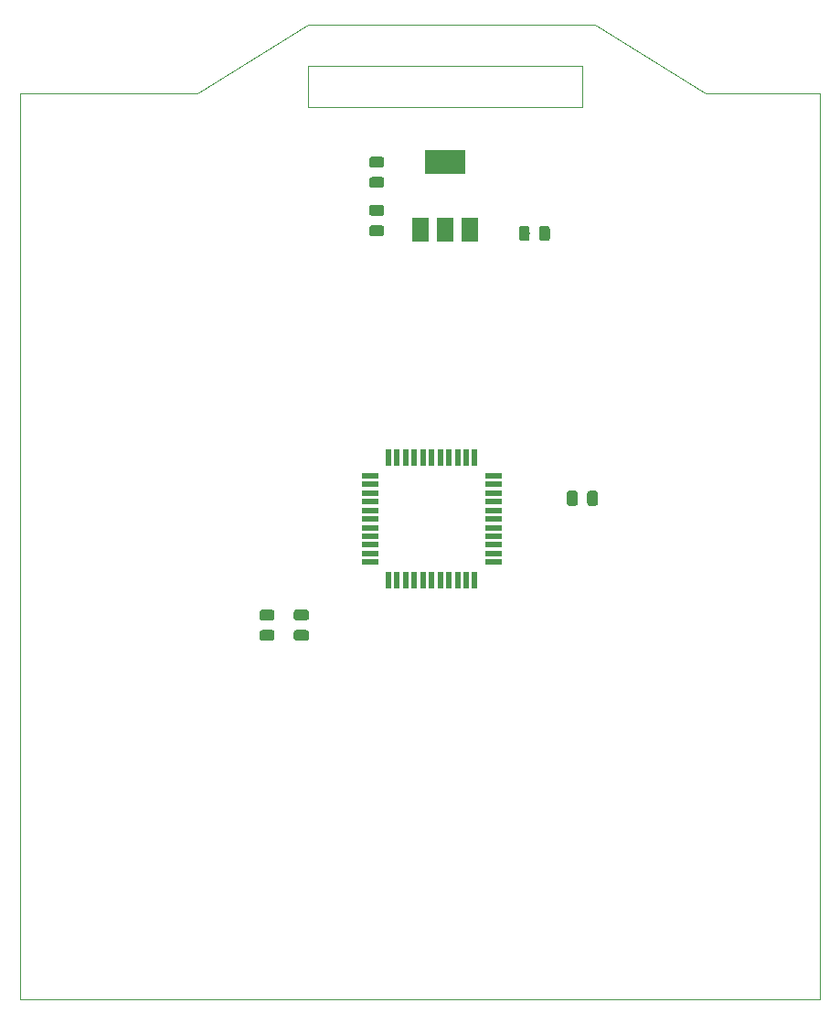
<source format=gbr>
G04 #@! TF.GenerationSoftware,KiCad,Pcbnew,(5.1.2)-2*
G04 #@! TF.CreationDate,2020-01-11T10:49:24+03:00*
G04 #@! TF.ProjectId,DINODE,44494e4f-4445-42e6-9b69-6361645f7063,rev?*
G04 #@! TF.SameCoordinates,Original*
G04 #@! TF.FileFunction,Paste,Top*
G04 #@! TF.FilePolarity,Positive*
%FSLAX46Y46*%
G04 Gerber Fmt 4.6, Leading zero omitted, Abs format (unit mm)*
G04 Created by KiCad (PCBNEW (5.1.2)-2) date 2020-01-11 10:49:24*
%MOMM*%
%LPD*%
G04 APERTURE LIST*
%ADD10C,0.050000*%
%ADD11C,0.100000*%
%ADD12C,0.975000*%
%ADD13R,1.500000X0.550000*%
%ADD14R,0.550000X1.500000*%
%ADD15R,1.500000X2.200000*%
%ADD16R,3.800000X2.200000*%
G04 APERTURE END LIST*
D10*
X159131000Y-129540000D02*
X130810000Y-129540000D01*
X159131000Y-60198000D02*
X159131000Y-129540000D01*
X159131000Y-45720000D02*
X148590000Y-45720000D01*
X159131000Y-60198000D02*
X159131000Y-45720000D01*
X137160000Y-43180000D02*
X111760000Y-43180000D01*
X137160000Y-46990000D02*
X137160000Y-43180000D01*
X111760000Y-46990000D02*
X137160000Y-46990000D01*
X111760000Y-43180000D02*
X111760000Y-46990000D01*
X138303000Y-39370000D02*
X148590000Y-45720000D01*
X136017000Y-39370000D02*
X138303000Y-39370000D01*
X111760000Y-39370000D02*
X136017000Y-39370000D01*
X101473000Y-45720000D02*
X111760000Y-39370000D01*
X86995000Y-45720000D02*
X101473000Y-45720000D01*
X85090000Y-45720000D02*
X86995000Y-45720000D01*
X85090000Y-129540000D02*
X90170000Y-129540000D01*
X85090000Y-45720000D02*
X85090000Y-129540000D01*
X90170000Y-129540000D02*
X130810000Y-129540000D01*
D11*
G04 #@! TO.C,C1*
G36*
X111605142Y-95368674D02*
G01*
X111628803Y-95372184D01*
X111652007Y-95377996D01*
X111674529Y-95386054D01*
X111696153Y-95396282D01*
X111716670Y-95408579D01*
X111735883Y-95422829D01*
X111753607Y-95438893D01*
X111769671Y-95456617D01*
X111783921Y-95475830D01*
X111796218Y-95496347D01*
X111806446Y-95517971D01*
X111814504Y-95540493D01*
X111820316Y-95563697D01*
X111823826Y-95587358D01*
X111825000Y-95611250D01*
X111825000Y-96098750D01*
X111823826Y-96122642D01*
X111820316Y-96146303D01*
X111814504Y-96169507D01*
X111806446Y-96192029D01*
X111796218Y-96213653D01*
X111783921Y-96234170D01*
X111769671Y-96253383D01*
X111753607Y-96271107D01*
X111735883Y-96287171D01*
X111716670Y-96301421D01*
X111696153Y-96313718D01*
X111674529Y-96323946D01*
X111652007Y-96332004D01*
X111628803Y-96337816D01*
X111605142Y-96341326D01*
X111581250Y-96342500D01*
X110668750Y-96342500D01*
X110644858Y-96341326D01*
X110621197Y-96337816D01*
X110597993Y-96332004D01*
X110575471Y-96323946D01*
X110553847Y-96313718D01*
X110533330Y-96301421D01*
X110514117Y-96287171D01*
X110496393Y-96271107D01*
X110480329Y-96253383D01*
X110466079Y-96234170D01*
X110453782Y-96213653D01*
X110443554Y-96192029D01*
X110435496Y-96169507D01*
X110429684Y-96146303D01*
X110426174Y-96122642D01*
X110425000Y-96098750D01*
X110425000Y-95611250D01*
X110426174Y-95587358D01*
X110429684Y-95563697D01*
X110435496Y-95540493D01*
X110443554Y-95517971D01*
X110453782Y-95496347D01*
X110466079Y-95475830D01*
X110480329Y-95456617D01*
X110496393Y-95438893D01*
X110514117Y-95422829D01*
X110533330Y-95408579D01*
X110553847Y-95396282D01*
X110575471Y-95386054D01*
X110597993Y-95377996D01*
X110621197Y-95372184D01*
X110644858Y-95368674D01*
X110668750Y-95367500D01*
X111581250Y-95367500D01*
X111605142Y-95368674D01*
X111605142Y-95368674D01*
G37*
D12*
X111125000Y-95855000D03*
D11*
G36*
X111605142Y-93493674D02*
G01*
X111628803Y-93497184D01*
X111652007Y-93502996D01*
X111674529Y-93511054D01*
X111696153Y-93521282D01*
X111716670Y-93533579D01*
X111735883Y-93547829D01*
X111753607Y-93563893D01*
X111769671Y-93581617D01*
X111783921Y-93600830D01*
X111796218Y-93621347D01*
X111806446Y-93642971D01*
X111814504Y-93665493D01*
X111820316Y-93688697D01*
X111823826Y-93712358D01*
X111825000Y-93736250D01*
X111825000Y-94223750D01*
X111823826Y-94247642D01*
X111820316Y-94271303D01*
X111814504Y-94294507D01*
X111806446Y-94317029D01*
X111796218Y-94338653D01*
X111783921Y-94359170D01*
X111769671Y-94378383D01*
X111753607Y-94396107D01*
X111735883Y-94412171D01*
X111716670Y-94426421D01*
X111696153Y-94438718D01*
X111674529Y-94448946D01*
X111652007Y-94457004D01*
X111628803Y-94462816D01*
X111605142Y-94466326D01*
X111581250Y-94467500D01*
X110668750Y-94467500D01*
X110644858Y-94466326D01*
X110621197Y-94462816D01*
X110597993Y-94457004D01*
X110575471Y-94448946D01*
X110553847Y-94438718D01*
X110533330Y-94426421D01*
X110514117Y-94412171D01*
X110496393Y-94396107D01*
X110480329Y-94378383D01*
X110466079Y-94359170D01*
X110453782Y-94338653D01*
X110443554Y-94317029D01*
X110435496Y-94294507D01*
X110429684Y-94271303D01*
X110426174Y-94247642D01*
X110425000Y-94223750D01*
X110425000Y-93736250D01*
X110426174Y-93712358D01*
X110429684Y-93688697D01*
X110435496Y-93665493D01*
X110443554Y-93642971D01*
X110453782Y-93621347D01*
X110466079Y-93600830D01*
X110480329Y-93581617D01*
X110496393Y-93563893D01*
X110514117Y-93547829D01*
X110533330Y-93533579D01*
X110553847Y-93521282D01*
X110575471Y-93511054D01*
X110597993Y-93502996D01*
X110621197Y-93497184D01*
X110644858Y-93493674D01*
X110668750Y-93492500D01*
X111581250Y-93492500D01*
X111605142Y-93493674D01*
X111605142Y-93493674D01*
G37*
D12*
X111125000Y-93980000D03*
G04 #@! TD*
D11*
G04 #@! TO.C,C2*
G36*
X108430142Y-93493674D02*
G01*
X108453803Y-93497184D01*
X108477007Y-93502996D01*
X108499529Y-93511054D01*
X108521153Y-93521282D01*
X108541670Y-93533579D01*
X108560883Y-93547829D01*
X108578607Y-93563893D01*
X108594671Y-93581617D01*
X108608921Y-93600830D01*
X108621218Y-93621347D01*
X108631446Y-93642971D01*
X108639504Y-93665493D01*
X108645316Y-93688697D01*
X108648826Y-93712358D01*
X108650000Y-93736250D01*
X108650000Y-94223750D01*
X108648826Y-94247642D01*
X108645316Y-94271303D01*
X108639504Y-94294507D01*
X108631446Y-94317029D01*
X108621218Y-94338653D01*
X108608921Y-94359170D01*
X108594671Y-94378383D01*
X108578607Y-94396107D01*
X108560883Y-94412171D01*
X108541670Y-94426421D01*
X108521153Y-94438718D01*
X108499529Y-94448946D01*
X108477007Y-94457004D01*
X108453803Y-94462816D01*
X108430142Y-94466326D01*
X108406250Y-94467500D01*
X107493750Y-94467500D01*
X107469858Y-94466326D01*
X107446197Y-94462816D01*
X107422993Y-94457004D01*
X107400471Y-94448946D01*
X107378847Y-94438718D01*
X107358330Y-94426421D01*
X107339117Y-94412171D01*
X107321393Y-94396107D01*
X107305329Y-94378383D01*
X107291079Y-94359170D01*
X107278782Y-94338653D01*
X107268554Y-94317029D01*
X107260496Y-94294507D01*
X107254684Y-94271303D01*
X107251174Y-94247642D01*
X107250000Y-94223750D01*
X107250000Y-93736250D01*
X107251174Y-93712358D01*
X107254684Y-93688697D01*
X107260496Y-93665493D01*
X107268554Y-93642971D01*
X107278782Y-93621347D01*
X107291079Y-93600830D01*
X107305329Y-93581617D01*
X107321393Y-93563893D01*
X107339117Y-93547829D01*
X107358330Y-93533579D01*
X107378847Y-93521282D01*
X107400471Y-93511054D01*
X107422993Y-93502996D01*
X107446197Y-93497184D01*
X107469858Y-93493674D01*
X107493750Y-93492500D01*
X108406250Y-93492500D01*
X108430142Y-93493674D01*
X108430142Y-93493674D01*
G37*
D12*
X107950000Y-93980000D03*
D11*
G36*
X108430142Y-95368674D02*
G01*
X108453803Y-95372184D01*
X108477007Y-95377996D01*
X108499529Y-95386054D01*
X108521153Y-95396282D01*
X108541670Y-95408579D01*
X108560883Y-95422829D01*
X108578607Y-95438893D01*
X108594671Y-95456617D01*
X108608921Y-95475830D01*
X108621218Y-95496347D01*
X108631446Y-95517971D01*
X108639504Y-95540493D01*
X108645316Y-95563697D01*
X108648826Y-95587358D01*
X108650000Y-95611250D01*
X108650000Y-96098750D01*
X108648826Y-96122642D01*
X108645316Y-96146303D01*
X108639504Y-96169507D01*
X108631446Y-96192029D01*
X108621218Y-96213653D01*
X108608921Y-96234170D01*
X108594671Y-96253383D01*
X108578607Y-96271107D01*
X108560883Y-96287171D01*
X108541670Y-96301421D01*
X108521153Y-96313718D01*
X108499529Y-96323946D01*
X108477007Y-96332004D01*
X108453803Y-96337816D01*
X108430142Y-96341326D01*
X108406250Y-96342500D01*
X107493750Y-96342500D01*
X107469858Y-96341326D01*
X107446197Y-96337816D01*
X107422993Y-96332004D01*
X107400471Y-96323946D01*
X107378847Y-96313718D01*
X107358330Y-96301421D01*
X107339117Y-96287171D01*
X107321393Y-96271107D01*
X107305329Y-96253383D01*
X107291079Y-96234170D01*
X107278782Y-96213653D01*
X107268554Y-96192029D01*
X107260496Y-96169507D01*
X107254684Y-96146303D01*
X107251174Y-96122642D01*
X107250000Y-96098750D01*
X107250000Y-95611250D01*
X107251174Y-95587358D01*
X107254684Y-95563697D01*
X107260496Y-95540493D01*
X107268554Y-95517971D01*
X107278782Y-95496347D01*
X107291079Y-95475830D01*
X107305329Y-95456617D01*
X107321393Y-95438893D01*
X107339117Y-95422829D01*
X107358330Y-95408579D01*
X107378847Y-95396282D01*
X107400471Y-95386054D01*
X107422993Y-95377996D01*
X107446197Y-95372184D01*
X107469858Y-95368674D01*
X107493750Y-95367500D01*
X108406250Y-95367500D01*
X108430142Y-95368674D01*
X108430142Y-95368674D01*
G37*
D12*
X107950000Y-95855000D03*
G04 #@! TD*
D11*
G04 #@! TO.C,C5*
G36*
X118590142Y-57933674D02*
G01*
X118613803Y-57937184D01*
X118637007Y-57942996D01*
X118659529Y-57951054D01*
X118681153Y-57961282D01*
X118701670Y-57973579D01*
X118720883Y-57987829D01*
X118738607Y-58003893D01*
X118754671Y-58021617D01*
X118768921Y-58040830D01*
X118781218Y-58061347D01*
X118791446Y-58082971D01*
X118799504Y-58105493D01*
X118805316Y-58128697D01*
X118808826Y-58152358D01*
X118810000Y-58176250D01*
X118810000Y-58663750D01*
X118808826Y-58687642D01*
X118805316Y-58711303D01*
X118799504Y-58734507D01*
X118791446Y-58757029D01*
X118781218Y-58778653D01*
X118768921Y-58799170D01*
X118754671Y-58818383D01*
X118738607Y-58836107D01*
X118720883Y-58852171D01*
X118701670Y-58866421D01*
X118681153Y-58878718D01*
X118659529Y-58888946D01*
X118637007Y-58897004D01*
X118613803Y-58902816D01*
X118590142Y-58906326D01*
X118566250Y-58907500D01*
X117653750Y-58907500D01*
X117629858Y-58906326D01*
X117606197Y-58902816D01*
X117582993Y-58897004D01*
X117560471Y-58888946D01*
X117538847Y-58878718D01*
X117518330Y-58866421D01*
X117499117Y-58852171D01*
X117481393Y-58836107D01*
X117465329Y-58818383D01*
X117451079Y-58799170D01*
X117438782Y-58778653D01*
X117428554Y-58757029D01*
X117420496Y-58734507D01*
X117414684Y-58711303D01*
X117411174Y-58687642D01*
X117410000Y-58663750D01*
X117410000Y-58176250D01*
X117411174Y-58152358D01*
X117414684Y-58128697D01*
X117420496Y-58105493D01*
X117428554Y-58082971D01*
X117438782Y-58061347D01*
X117451079Y-58040830D01*
X117465329Y-58021617D01*
X117481393Y-58003893D01*
X117499117Y-57987829D01*
X117518330Y-57973579D01*
X117538847Y-57961282D01*
X117560471Y-57951054D01*
X117582993Y-57942996D01*
X117606197Y-57937184D01*
X117629858Y-57933674D01*
X117653750Y-57932500D01*
X118566250Y-57932500D01*
X118590142Y-57933674D01*
X118590142Y-57933674D01*
G37*
D12*
X118110000Y-58420000D03*
D11*
G36*
X118590142Y-56058674D02*
G01*
X118613803Y-56062184D01*
X118637007Y-56067996D01*
X118659529Y-56076054D01*
X118681153Y-56086282D01*
X118701670Y-56098579D01*
X118720883Y-56112829D01*
X118738607Y-56128893D01*
X118754671Y-56146617D01*
X118768921Y-56165830D01*
X118781218Y-56186347D01*
X118791446Y-56207971D01*
X118799504Y-56230493D01*
X118805316Y-56253697D01*
X118808826Y-56277358D01*
X118810000Y-56301250D01*
X118810000Y-56788750D01*
X118808826Y-56812642D01*
X118805316Y-56836303D01*
X118799504Y-56859507D01*
X118791446Y-56882029D01*
X118781218Y-56903653D01*
X118768921Y-56924170D01*
X118754671Y-56943383D01*
X118738607Y-56961107D01*
X118720883Y-56977171D01*
X118701670Y-56991421D01*
X118681153Y-57003718D01*
X118659529Y-57013946D01*
X118637007Y-57022004D01*
X118613803Y-57027816D01*
X118590142Y-57031326D01*
X118566250Y-57032500D01*
X117653750Y-57032500D01*
X117629858Y-57031326D01*
X117606197Y-57027816D01*
X117582993Y-57022004D01*
X117560471Y-57013946D01*
X117538847Y-57003718D01*
X117518330Y-56991421D01*
X117499117Y-56977171D01*
X117481393Y-56961107D01*
X117465329Y-56943383D01*
X117451079Y-56924170D01*
X117438782Y-56903653D01*
X117428554Y-56882029D01*
X117420496Y-56859507D01*
X117414684Y-56836303D01*
X117411174Y-56812642D01*
X117410000Y-56788750D01*
X117410000Y-56301250D01*
X117411174Y-56277358D01*
X117414684Y-56253697D01*
X117420496Y-56230493D01*
X117428554Y-56207971D01*
X117438782Y-56186347D01*
X117451079Y-56165830D01*
X117465329Y-56146617D01*
X117481393Y-56128893D01*
X117499117Y-56112829D01*
X117518330Y-56098579D01*
X117538847Y-56086282D01*
X117560471Y-56076054D01*
X117582993Y-56067996D01*
X117606197Y-56062184D01*
X117629858Y-56058674D01*
X117653750Y-56057500D01*
X118566250Y-56057500D01*
X118590142Y-56058674D01*
X118590142Y-56058674D01*
G37*
D12*
X118110000Y-56545000D03*
G04 #@! TD*
D11*
G04 #@! TO.C,C6*
G36*
X118590142Y-51583674D02*
G01*
X118613803Y-51587184D01*
X118637007Y-51592996D01*
X118659529Y-51601054D01*
X118681153Y-51611282D01*
X118701670Y-51623579D01*
X118720883Y-51637829D01*
X118738607Y-51653893D01*
X118754671Y-51671617D01*
X118768921Y-51690830D01*
X118781218Y-51711347D01*
X118791446Y-51732971D01*
X118799504Y-51755493D01*
X118805316Y-51778697D01*
X118808826Y-51802358D01*
X118810000Y-51826250D01*
X118810000Y-52313750D01*
X118808826Y-52337642D01*
X118805316Y-52361303D01*
X118799504Y-52384507D01*
X118791446Y-52407029D01*
X118781218Y-52428653D01*
X118768921Y-52449170D01*
X118754671Y-52468383D01*
X118738607Y-52486107D01*
X118720883Y-52502171D01*
X118701670Y-52516421D01*
X118681153Y-52528718D01*
X118659529Y-52538946D01*
X118637007Y-52547004D01*
X118613803Y-52552816D01*
X118590142Y-52556326D01*
X118566250Y-52557500D01*
X117653750Y-52557500D01*
X117629858Y-52556326D01*
X117606197Y-52552816D01*
X117582993Y-52547004D01*
X117560471Y-52538946D01*
X117538847Y-52528718D01*
X117518330Y-52516421D01*
X117499117Y-52502171D01*
X117481393Y-52486107D01*
X117465329Y-52468383D01*
X117451079Y-52449170D01*
X117438782Y-52428653D01*
X117428554Y-52407029D01*
X117420496Y-52384507D01*
X117414684Y-52361303D01*
X117411174Y-52337642D01*
X117410000Y-52313750D01*
X117410000Y-51826250D01*
X117411174Y-51802358D01*
X117414684Y-51778697D01*
X117420496Y-51755493D01*
X117428554Y-51732971D01*
X117438782Y-51711347D01*
X117451079Y-51690830D01*
X117465329Y-51671617D01*
X117481393Y-51653893D01*
X117499117Y-51637829D01*
X117518330Y-51623579D01*
X117538847Y-51611282D01*
X117560471Y-51601054D01*
X117582993Y-51592996D01*
X117606197Y-51587184D01*
X117629858Y-51583674D01*
X117653750Y-51582500D01*
X118566250Y-51582500D01*
X118590142Y-51583674D01*
X118590142Y-51583674D01*
G37*
D12*
X118110000Y-52070000D03*
D11*
G36*
X118590142Y-53458674D02*
G01*
X118613803Y-53462184D01*
X118637007Y-53467996D01*
X118659529Y-53476054D01*
X118681153Y-53486282D01*
X118701670Y-53498579D01*
X118720883Y-53512829D01*
X118738607Y-53528893D01*
X118754671Y-53546617D01*
X118768921Y-53565830D01*
X118781218Y-53586347D01*
X118791446Y-53607971D01*
X118799504Y-53630493D01*
X118805316Y-53653697D01*
X118808826Y-53677358D01*
X118810000Y-53701250D01*
X118810000Y-54188750D01*
X118808826Y-54212642D01*
X118805316Y-54236303D01*
X118799504Y-54259507D01*
X118791446Y-54282029D01*
X118781218Y-54303653D01*
X118768921Y-54324170D01*
X118754671Y-54343383D01*
X118738607Y-54361107D01*
X118720883Y-54377171D01*
X118701670Y-54391421D01*
X118681153Y-54403718D01*
X118659529Y-54413946D01*
X118637007Y-54422004D01*
X118613803Y-54427816D01*
X118590142Y-54431326D01*
X118566250Y-54432500D01*
X117653750Y-54432500D01*
X117629858Y-54431326D01*
X117606197Y-54427816D01*
X117582993Y-54422004D01*
X117560471Y-54413946D01*
X117538847Y-54403718D01*
X117518330Y-54391421D01*
X117499117Y-54377171D01*
X117481393Y-54361107D01*
X117465329Y-54343383D01*
X117451079Y-54324170D01*
X117438782Y-54303653D01*
X117428554Y-54282029D01*
X117420496Y-54259507D01*
X117414684Y-54236303D01*
X117411174Y-54212642D01*
X117410000Y-54188750D01*
X117410000Y-53701250D01*
X117411174Y-53677358D01*
X117414684Y-53653697D01*
X117420496Y-53630493D01*
X117428554Y-53607971D01*
X117438782Y-53586347D01*
X117451079Y-53565830D01*
X117465329Y-53546617D01*
X117481393Y-53528893D01*
X117499117Y-53512829D01*
X117518330Y-53498579D01*
X117538847Y-53486282D01*
X117560471Y-53476054D01*
X117582993Y-53467996D01*
X117606197Y-53462184D01*
X117629858Y-53458674D01*
X117653750Y-53457500D01*
X118566250Y-53457500D01*
X118590142Y-53458674D01*
X118590142Y-53458674D01*
G37*
D12*
X118110000Y-53945000D03*
G04 #@! TD*
D11*
G04 #@! TO.C,R3*
G36*
X133920142Y-57975174D02*
G01*
X133943803Y-57978684D01*
X133967007Y-57984496D01*
X133989529Y-57992554D01*
X134011153Y-58002782D01*
X134031670Y-58015079D01*
X134050883Y-58029329D01*
X134068607Y-58045393D01*
X134084671Y-58063117D01*
X134098921Y-58082330D01*
X134111218Y-58102847D01*
X134121446Y-58124471D01*
X134129504Y-58146993D01*
X134135316Y-58170197D01*
X134138826Y-58193858D01*
X134140000Y-58217750D01*
X134140000Y-59130250D01*
X134138826Y-59154142D01*
X134135316Y-59177803D01*
X134129504Y-59201007D01*
X134121446Y-59223529D01*
X134111218Y-59245153D01*
X134098921Y-59265670D01*
X134084671Y-59284883D01*
X134068607Y-59302607D01*
X134050883Y-59318671D01*
X134031670Y-59332921D01*
X134011153Y-59345218D01*
X133989529Y-59355446D01*
X133967007Y-59363504D01*
X133943803Y-59369316D01*
X133920142Y-59372826D01*
X133896250Y-59374000D01*
X133408750Y-59374000D01*
X133384858Y-59372826D01*
X133361197Y-59369316D01*
X133337993Y-59363504D01*
X133315471Y-59355446D01*
X133293847Y-59345218D01*
X133273330Y-59332921D01*
X133254117Y-59318671D01*
X133236393Y-59302607D01*
X133220329Y-59284883D01*
X133206079Y-59265670D01*
X133193782Y-59245153D01*
X133183554Y-59223529D01*
X133175496Y-59201007D01*
X133169684Y-59177803D01*
X133166174Y-59154142D01*
X133165000Y-59130250D01*
X133165000Y-58217750D01*
X133166174Y-58193858D01*
X133169684Y-58170197D01*
X133175496Y-58146993D01*
X133183554Y-58124471D01*
X133193782Y-58102847D01*
X133206079Y-58082330D01*
X133220329Y-58063117D01*
X133236393Y-58045393D01*
X133254117Y-58029329D01*
X133273330Y-58015079D01*
X133293847Y-58002782D01*
X133315471Y-57992554D01*
X133337993Y-57984496D01*
X133361197Y-57978684D01*
X133384858Y-57975174D01*
X133408750Y-57974000D01*
X133896250Y-57974000D01*
X133920142Y-57975174D01*
X133920142Y-57975174D01*
G37*
D12*
X133652500Y-58674000D03*
D11*
G36*
X132045142Y-57975174D02*
G01*
X132068803Y-57978684D01*
X132092007Y-57984496D01*
X132114529Y-57992554D01*
X132136153Y-58002782D01*
X132156670Y-58015079D01*
X132175883Y-58029329D01*
X132193607Y-58045393D01*
X132209671Y-58063117D01*
X132223921Y-58082330D01*
X132236218Y-58102847D01*
X132246446Y-58124471D01*
X132254504Y-58146993D01*
X132260316Y-58170197D01*
X132263826Y-58193858D01*
X132265000Y-58217750D01*
X132265000Y-59130250D01*
X132263826Y-59154142D01*
X132260316Y-59177803D01*
X132254504Y-59201007D01*
X132246446Y-59223529D01*
X132236218Y-59245153D01*
X132223921Y-59265670D01*
X132209671Y-59284883D01*
X132193607Y-59302607D01*
X132175883Y-59318671D01*
X132156670Y-59332921D01*
X132136153Y-59345218D01*
X132114529Y-59355446D01*
X132092007Y-59363504D01*
X132068803Y-59369316D01*
X132045142Y-59372826D01*
X132021250Y-59374000D01*
X131533750Y-59374000D01*
X131509858Y-59372826D01*
X131486197Y-59369316D01*
X131462993Y-59363504D01*
X131440471Y-59355446D01*
X131418847Y-59345218D01*
X131398330Y-59332921D01*
X131379117Y-59318671D01*
X131361393Y-59302607D01*
X131345329Y-59284883D01*
X131331079Y-59265670D01*
X131318782Y-59245153D01*
X131308554Y-59223529D01*
X131300496Y-59201007D01*
X131294684Y-59177803D01*
X131291174Y-59154142D01*
X131290000Y-59130250D01*
X131290000Y-58217750D01*
X131291174Y-58193858D01*
X131294684Y-58170197D01*
X131300496Y-58146993D01*
X131308554Y-58124471D01*
X131318782Y-58102847D01*
X131331079Y-58082330D01*
X131345329Y-58063117D01*
X131361393Y-58045393D01*
X131379117Y-58029329D01*
X131398330Y-58015079D01*
X131418847Y-58002782D01*
X131440471Y-57992554D01*
X131462993Y-57984496D01*
X131486197Y-57978684D01*
X131509858Y-57975174D01*
X131533750Y-57974000D01*
X132021250Y-57974000D01*
X132045142Y-57975174D01*
X132045142Y-57975174D01*
G37*
D12*
X131777500Y-58674000D03*
G04 #@! TD*
D11*
G04 #@! TO.C,R4*
G36*
X136490142Y-82486174D02*
G01*
X136513803Y-82489684D01*
X136537007Y-82495496D01*
X136559529Y-82503554D01*
X136581153Y-82513782D01*
X136601670Y-82526079D01*
X136620883Y-82540329D01*
X136638607Y-82556393D01*
X136654671Y-82574117D01*
X136668921Y-82593330D01*
X136681218Y-82613847D01*
X136691446Y-82635471D01*
X136699504Y-82657993D01*
X136705316Y-82681197D01*
X136708826Y-82704858D01*
X136710000Y-82728750D01*
X136710000Y-83641250D01*
X136708826Y-83665142D01*
X136705316Y-83688803D01*
X136699504Y-83712007D01*
X136691446Y-83734529D01*
X136681218Y-83756153D01*
X136668921Y-83776670D01*
X136654671Y-83795883D01*
X136638607Y-83813607D01*
X136620883Y-83829671D01*
X136601670Y-83843921D01*
X136581153Y-83856218D01*
X136559529Y-83866446D01*
X136537007Y-83874504D01*
X136513803Y-83880316D01*
X136490142Y-83883826D01*
X136466250Y-83885000D01*
X135978750Y-83885000D01*
X135954858Y-83883826D01*
X135931197Y-83880316D01*
X135907993Y-83874504D01*
X135885471Y-83866446D01*
X135863847Y-83856218D01*
X135843330Y-83843921D01*
X135824117Y-83829671D01*
X135806393Y-83813607D01*
X135790329Y-83795883D01*
X135776079Y-83776670D01*
X135763782Y-83756153D01*
X135753554Y-83734529D01*
X135745496Y-83712007D01*
X135739684Y-83688803D01*
X135736174Y-83665142D01*
X135735000Y-83641250D01*
X135735000Y-82728750D01*
X135736174Y-82704858D01*
X135739684Y-82681197D01*
X135745496Y-82657993D01*
X135753554Y-82635471D01*
X135763782Y-82613847D01*
X135776079Y-82593330D01*
X135790329Y-82574117D01*
X135806393Y-82556393D01*
X135824117Y-82540329D01*
X135843330Y-82526079D01*
X135863847Y-82513782D01*
X135885471Y-82503554D01*
X135907993Y-82495496D01*
X135931197Y-82489684D01*
X135954858Y-82486174D01*
X135978750Y-82485000D01*
X136466250Y-82485000D01*
X136490142Y-82486174D01*
X136490142Y-82486174D01*
G37*
D12*
X136222500Y-83185000D03*
D11*
G36*
X138365142Y-82486174D02*
G01*
X138388803Y-82489684D01*
X138412007Y-82495496D01*
X138434529Y-82503554D01*
X138456153Y-82513782D01*
X138476670Y-82526079D01*
X138495883Y-82540329D01*
X138513607Y-82556393D01*
X138529671Y-82574117D01*
X138543921Y-82593330D01*
X138556218Y-82613847D01*
X138566446Y-82635471D01*
X138574504Y-82657993D01*
X138580316Y-82681197D01*
X138583826Y-82704858D01*
X138585000Y-82728750D01*
X138585000Y-83641250D01*
X138583826Y-83665142D01*
X138580316Y-83688803D01*
X138574504Y-83712007D01*
X138566446Y-83734529D01*
X138556218Y-83756153D01*
X138543921Y-83776670D01*
X138529671Y-83795883D01*
X138513607Y-83813607D01*
X138495883Y-83829671D01*
X138476670Y-83843921D01*
X138456153Y-83856218D01*
X138434529Y-83866446D01*
X138412007Y-83874504D01*
X138388803Y-83880316D01*
X138365142Y-83883826D01*
X138341250Y-83885000D01*
X137853750Y-83885000D01*
X137829858Y-83883826D01*
X137806197Y-83880316D01*
X137782993Y-83874504D01*
X137760471Y-83866446D01*
X137738847Y-83856218D01*
X137718330Y-83843921D01*
X137699117Y-83829671D01*
X137681393Y-83813607D01*
X137665329Y-83795883D01*
X137651079Y-83776670D01*
X137638782Y-83756153D01*
X137628554Y-83734529D01*
X137620496Y-83712007D01*
X137614684Y-83688803D01*
X137611174Y-83665142D01*
X137610000Y-83641250D01*
X137610000Y-82728750D01*
X137611174Y-82704858D01*
X137614684Y-82681197D01*
X137620496Y-82657993D01*
X137628554Y-82635471D01*
X137638782Y-82613847D01*
X137651079Y-82593330D01*
X137665329Y-82574117D01*
X137681393Y-82556393D01*
X137699117Y-82540329D01*
X137718330Y-82526079D01*
X137738847Y-82513782D01*
X137760471Y-82503554D01*
X137782993Y-82495496D01*
X137806197Y-82489684D01*
X137829858Y-82486174D01*
X137853750Y-82485000D01*
X138341250Y-82485000D01*
X138365142Y-82486174D01*
X138365142Y-82486174D01*
G37*
D12*
X138097500Y-83185000D03*
G04 #@! TD*
D13*
G04 #@! TO.C,U2*
X117490000Y-81090000D03*
X117490000Y-81890000D03*
X117490000Y-82690000D03*
X117490000Y-83490000D03*
X117490000Y-84290000D03*
X117490000Y-85090000D03*
X117490000Y-85890000D03*
X117490000Y-86690000D03*
X117490000Y-87490000D03*
X117490000Y-88290000D03*
X117490000Y-89090000D03*
D14*
X119190000Y-90790000D03*
X119990000Y-90790000D03*
X120790000Y-90790000D03*
X121590000Y-90790000D03*
X122390000Y-90790000D03*
X123190000Y-90790000D03*
X123990000Y-90790000D03*
X124790000Y-90790000D03*
X125590000Y-90790000D03*
X126390000Y-90790000D03*
X127190000Y-90790000D03*
D13*
X128890000Y-89090000D03*
X128890000Y-88290000D03*
X128890000Y-87490000D03*
X128890000Y-86690000D03*
X128890000Y-85890000D03*
X128890000Y-85090000D03*
X128890000Y-84290000D03*
X128890000Y-83490000D03*
X128890000Y-82690000D03*
X128890000Y-81890000D03*
X128890000Y-81090000D03*
D14*
X127190000Y-79390000D03*
X126390000Y-79390000D03*
X125590000Y-79390000D03*
X124790000Y-79390000D03*
X123990000Y-79390000D03*
X123190000Y-79390000D03*
X122390000Y-79390000D03*
X121590000Y-79390000D03*
X120790000Y-79390000D03*
X119990000Y-79390000D03*
X119190000Y-79390000D03*
G04 #@! TD*
D15*
G04 #@! TO.C,U3*
X126760000Y-58370000D03*
X124460000Y-58370000D03*
X122160000Y-58370000D03*
D16*
X124460000Y-52070000D03*
G04 #@! TD*
M02*

</source>
